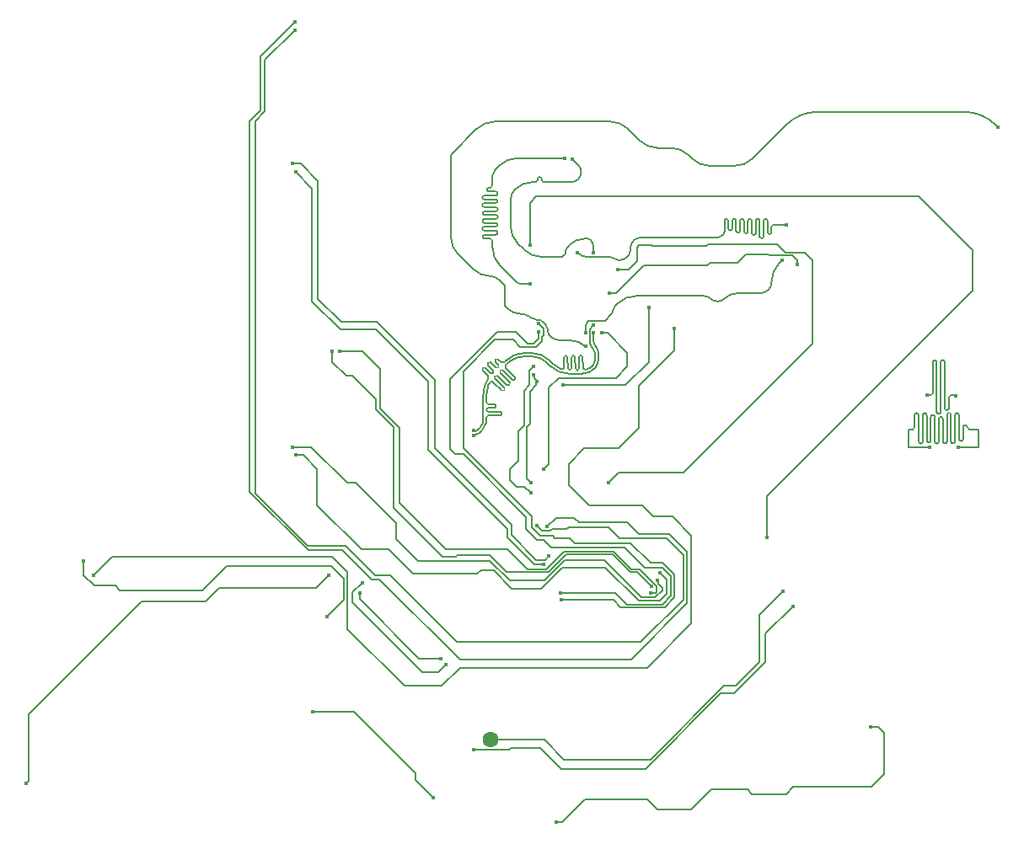
<source format=gbr>
G04*
G04 #@! TF.GenerationSoftware,Altium Limited,Altium Designer,24.2.2 (26)*
G04*
G04 Layer_Physical_Order=8*
G04 Layer_Color=32896*
%FSLAX25Y25*%
%MOIN*%
G70*
G04*
G04 #@! TF.SameCoordinates,383E0004-DF84-4F77-A050-2B2E5B934949*
G04*
G04*
G04 #@! TF.FilePolarity,Positive*
G04*
G01*
G75*
%ADD15C,0.00500*%
%ADD16C,0.00600*%
%ADD175C,0.06299*%
%ADD186C,0.00727*%
%ADD190C,0.00550*%
%ADD210C,0.01600*%
D15*
X186124Y-197658D02*
G03*
X186874Y-198408I750J0D01*
G01*
X189017Y-199908D02*
G03*
X189017Y-198408I0J750D01*
G01*
X186874Y-199908D02*
G03*
X186874Y-201408I0J-750D01*
G01*
X191391Y-202908D02*
G03*
X191391Y-201408I0J750D01*
G01*
X186874Y-202908D02*
G03*
X186124Y-203658I0J-750D01*
G01*
X186010Y-205783D02*
G03*
X186055Y-205533I-5600J1136D01*
G01*
X184451Y-208688D02*
G03*
X186010Y-205783I-4041J4041D01*
G01*
X230333Y-178337D02*
G03*
X229135Y-175311I-4421J0D01*
G01*
X229257Y-183853D02*
G03*
X230333Y-180749I-3937J3104D01*
G01*
X229135Y-175311D02*
G03*
X229038Y-175211I-3222J-3026D01*
G01*
X228865Y-184294D02*
G03*
X229257Y-183853I-3545J3545D01*
G01*
X195525Y-181357D02*
G03*
X195319Y-181505I5732J-8173D01*
G01*
X193707Y-182962D02*
G03*
X193707Y-184023I530J-530D01*
G01*
X197372Y-188748D02*
G03*
X197372Y-187688I-530J530D01*
G01*
X196311Y-188748D02*
G03*
X197372Y-188748I530J530D01*
G01*
X192646Y-185083D02*
G03*
X191585Y-185083I-530J-530D01*
G01*
D02*
G03*
X191585Y-186144I530J-530D01*
G01*
X195250Y-190870D02*
G03*
X195250Y-189809I-530J530D01*
G01*
X194190Y-190870D02*
G03*
X195250Y-190870I530J530D01*
G01*
X190525Y-187205D02*
G03*
X189464Y-187205I-530J-530D01*
G01*
Y-187205D02*
G03*
X189464Y-188265I530J-530D01*
G01*
X193129Y-192991D02*
G03*
X193129Y-191930I-530J530D01*
G01*
X192068Y-192991D02*
G03*
X193129Y-192991I530J530D01*
G01*
X188763Y-189686D02*
G03*
X187608Y-189803I-530J-530D01*
G01*
X186848Y-190952D02*
G03*
X186749Y-191207I9277J-3734D01*
G01*
X201256Y-179548D02*
G03*
X195525Y-181357I0J-9983D01*
G01*
X186749Y-191207D02*
G03*
X186124Y-194687I9375J-3479D01*
G01*
X196518Y-179291D02*
G03*
X196279Y-179405I4738J-10240D01*
G01*
X191902Y-181867D02*
G03*
X192963Y-181867I530J530D01*
G01*
X190748Y-180713D02*
G03*
X189688Y-180713I-530J-530D01*
G01*
D02*
G03*
X189688Y-181773I530J-530D01*
G01*
X190842Y-183988D02*
G03*
X190842Y-182928I-530J530D01*
G01*
X189781Y-183988D02*
G03*
X190842Y-183988I530J530D01*
G01*
X187752Y-181959D02*
G03*
X186691Y-181959I-530J-530D01*
G01*
D02*
G03*
X186691Y-183020I530J-530D01*
G01*
X188721Y-186110D02*
G03*
X188721Y-185049I-530J530D01*
G01*
X187660Y-186110D02*
G03*
X188721Y-186110I530J530D01*
G01*
X185631Y-184081D02*
G03*
X184570Y-184081I-530J-530D01*
G01*
Y-184081D02*
G03*
X184570Y-185141I530J-530D01*
G01*
X186793Y-188323D02*
G03*
X186745Y-187316I-579J477D01*
G01*
X186747Y-188379D02*
G03*
X186607Y-188593I9360J-6300D01*
G01*
X201256Y-178247D02*
G03*
X196518Y-179291I0J-11283D01*
G01*
X186607Y-188593D02*
G03*
X184824Y-194679I9500J-6087D01*
G01*
X226851Y-184237D02*
G03*
X227096Y-184080I-2959J4881D01*
G01*
X224354Y-184005D02*
G03*
X225319Y-184696I750J27D01*
G01*
X224197Y-179728D02*
G03*
X223420Y-179006I-750J-27D01*
G01*
D02*
G03*
X222698Y-179782I27J-750D01*
G01*
X222140Y-185036D02*
G03*
X222862Y-184259I-27J750D01*
G01*
X221363Y-184314D02*
G03*
X222140Y-185036I750J27D01*
G01*
X221199Y-179837D02*
G03*
X220422Y-179115I-750J-27D01*
G01*
D02*
G03*
X219700Y-179892I27J-750D01*
G01*
X219137Y-185009D02*
G03*
X219859Y-184231I-27J750D01*
G01*
X218360Y-184286D02*
G03*
X219137Y-185009I750J27D01*
G01*
X218201Y-179947D02*
G03*
X217424Y-179225I-750J-27D01*
G01*
D02*
G03*
X216702Y-180002I27J-750D01*
G01*
X215969Y-184620D02*
G03*
X216843Y-183853I125J740D01*
G01*
X215491Y-184490D02*
G03*
X215744Y-184582I3111J8148D01*
G01*
X227096Y-184080D02*
G03*
X227931Y-183389I-3203J4725D01*
G01*
X212435Y-182509D02*
G03*
X215491Y-184490I6167J6167D01*
G01*
X227857Y-167736D02*
G03*
X226872Y-170102I2378J-2378D01*
G01*
X226872Y-170113D02*
G03*
X226943Y-171128I7303J-0D01*
G01*
X227733Y-175745D02*
X227733Y-175744D01*
X227085Y-174356D02*
G03*
X227468Y-175279I3856J1058D01*
G01*
X229033Y-178337D02*
G03*
X228106Y-176118I-3121J0D01*
G01*
X227931Y-183389D02*
G03*
X229033Y-180753I-2611J2640D01*
G01*
X211014Y-181089D02*
G03*
X204155Y-178248I-6859J-6859D01*
G01*
X183524Y-207775D02*
G03*
X184824Y-204637I-3139J3139D01*
G01*
X181879Y-209141D02*
G03*
X182357Y-208943I0J675D01*
G01*
X181402D02*
G03*
X181879Y-209141I477J477D01*
G01*
X181400Y-208941D02*
G03*
X180917Y-208741I-483J-483D01*
G01*
X228243Y-173298D02*
G03*
X229033Y-175206I2699J0D01*
G01*
X223892Y-186363D02*
G03*
X228848Y-184311I0J7008D01*
G01*
X210099Y-182011D02*
G03*
X204154Y-179548I-5943J-5936D01*
G01*
X181886Y-210441D02*
G03*
X183271Y-209867I0J1959D01*
G01*
X181883Y-210441D02*
G03*
X181400Y-210641I0J-683D01*
G01*
X180917Y-210841D02*
G03*
X181400Y-210641I0J683D01*
G01*
X211518Y-183431D02*
G03*
X218598Y-186363I7080J7080D01*
G01*
X186124Y-197658D02*
Y-195783D01*
X186874Y-198408D02*
X189017D01*
X186874Y-199908D02*
X189017D01*
X186874Y-201408D02*
X191391D01*
X186874Y-202908D02*
X191391D01*
X186124Y-204647D02*
Y-203658D01*
X186124Y-204647D02*
X186124Y-204647D01*
X186055Y-205533D02*
X186124Y-204647D01*
X186124Y-195783D02*
Y-194687D01*
X230333Y-180749D02*
Y-178337D01*
X194190Y-182479D02*
X195319Y-181505D01*
X193707Y-182962D02*
X194190Y-182479D01*
X193707Y-184023D02*
X193707Y-184023D01*
X197372Y-187688D01*
X197372Y-187688D02*
X197372Y-187688D01*
X196311Y-188748D02*
X196311Y-188748D01*
X192646Y-185083D02*
X196311Y-188748D01*
X192646Y-185083D02*
X192646Y-185083D01*
X191585Y-186144D02*
X191585Y-186144D01*
X195250Y-189809D01*
X195250Y-189809D02*
X195250Y-189809D01*
X194190Y-190870D02*
X194190Y-190870D01*
X190525Y-187205D02*
X194190Y-190870D01*
X190525Y-187205D02*
X190525Y-187205D01*
X189464Y-187205D02*
Y-187205D01*
X189464Y-188265D02*
X189464Y-188265D01*
X193129Y-191930D01*
X193129Y-191930D02*
X193129Y-191930D01*
X192068Y-192991D02*
X192068Y-192991D01*
X188763Y-189686D02*
X192068Y-192991D01*
X186848Y-190952D02*
X187608Y-189803D01*
X193278Y-181552D02*
X196279Y-179405D01*
X192963Y-181867D02*
X193278Y-181552D01*
X191902Y-181867D02*
X191902Y-181867D01*
X190748Y-180713D02*
X191902Y-181867D01*
X189688Y-181773D02*
X190842Y-182928D01*
X190842Y-182928D02*
X190842Y-182928D01*
X189781Y-183988D02*
X189781Y-183988D01*
X187752Y-181959D02*
X189781Y-183988D01*
X187752Y-181959D02*
X187752Y-181959D01*
X186691Y-183020D02*
X186691Y-183020D01*
X188721Y-185049D01*
X188721Y-185049D02*
X188721Y-185049D01*
X187660Y-186110D02*
X187660Y-186110D01*
X185631Y-184081D02*
X187660Y-186110D01*
X185631Y-184081D02*
X185631Y-184081D01*
X184570Y-184081D02*
Y-184081D01*
X184570Y-185141D02*
X184570Y-185141D01*
X186745Y-187316D01*
X186745Y-187316D02*
X186745Y-187316D01*
X186747Y-188379D02*
X186793Y-188323D01*
X225319Y-184696D02*
X226851Y-184237D01*
X225319Y-184696D02*
Y-184696D01*
X224197Y-179728D02*
X224354Y-184005D01*
X224197Y-179728D02*
X224197Y-179728D01*
X222698Y-179782D02*
X222698Y-179782D01*
X222862Y-184259D01*
X222862Y-184259D02*
X222862Y-184259D01*
X222140Y-185036D02*
X222140Y-185036D01*
X222140D01*
X222140Y-185036D02*
X222140Y-185036D01*
X221363Y-184314D02*
X221363Y-184314D01*
X221199Y-179837D02*
X221363Y-184314D01*
X221199Y-179837D02*
X221199Y-179837D01*
X219700Y-179892D02*
X219700Y-179892D01*
X219859Y-184231D01*
X219859Y-184231D02*
X219859Y-184231D01*
X219137Y-185009D02*
X219137D01*
X218360Y-184286D02*
X218360Y-184286D01*
X218201Y-179947D02*
X218360Y-184286D01*
X218201Y-179947D02*
X218201Y-179947D01*
X216702Y-180002D02*
X216702Y-180002D01*
X216843Y-183853D01*
X216843Y-183853D02*
X216843Y-183853D01*
X215744Y-184582D02*
X215969Y-184620D01*
X227857Y-167736D02*
X228432Y-167160D01*
X226943Y-171128D02*
Y-171128D01*
Y-171128D02*
X226943Y-173836D01*
X227085Y-174356D01*
X226872Y-170113D02*
X226872Y-170102D01*
X227468Y-175279D02*
X227733Y-175744D01*
X229033Y-180741D02*
Y-178337D01*
X229033Y-180753D02*
X229033Y-180741D01*
X227733Y-175745D02*
X227733Y-175745D01*
X228106Y-176118D01*
X227931Y-183389D02*
X227931Y-183389D01*
X211014Y-181089D02*
X212435Y-182509D01*
X201256Y-178247D02*
X204155D01*
X184824Y-204637D02*
Y-194679D01*
X182357Y-208943D02*
X183524Y-207775D01*
X181400Y-208941D02*
X181402Y-208943D01*
X180902Y-208741D02*
X180917D01*
X229033Y-175206D02*
X229038Y-175211D01*
X228243Y-173298D02*
Y-172110D01*
X201256Y-179548D02*
X204148D01*
X228848Y-184311D02*
X228865Y-184294D01*
X218598Y-186363D02*
X223892D01*
X204148Y-179548D02*
X204154Y-179548D01*
X210099Y-182011D02*
X210104Y-182017D01*
X183271Y-209867D02*
X184451Y-208688D01*
X181883Y-210441D02*
X181886D01*
X180902Y-210841D02*
X180917D01*
X228243Y-171661D02*
X228432Y-170310D01*
X228243Y-172110D02*
X228243Y-171661D01*
X210104Y-182017D02*
X211518Y-183431D01*
D16*
X376231Y-207569D02*
G03*
X377031Y-208369I800J0D01*
G01*
X376231Y-207569D02*
G03*
X374631Y-207569I-800J0D01*
G01*
X373031Y-212315D02*
G03*
X374631Y-212315I800J0D01*
G01*
X373031Y-202748D02*
G03*
X371431Y-202748I-800J0D01*
G01*
X369831Y-213236D02*
G03*
X371431Y-213236I800J0D01*
G01*
X369831Y-202750D02*
G03*
X368231Y-202750I-800J0D01*
G01*
X366631Y-213236D02*
G03*
X368231Y-213236I800J0D01*
G01*
X366631Y-204276D02*
G03*
X365031Y-204276I-800J0D01*
G01*
X363431Y-213236D02*
G03*
X365031Y-213236I800J0D01*
G01*
X363431Y-203526D02*
G03*
X361831Y-203526I-800J0D01*
G01*
X360231Y-212911D02*
G03*
X361831Y-212911I800J0D01*
G01*
X360231Y-202748D02*
G03*
X358631Y-202748I-800J0D01*
G01*
X357031Y-213236D02*
G03*
X358631Y-213236I800J0D01*
G01*
X357031Y-202748D02*
G03*
X355431Y-202748I-800J0D01*
G01*
X354631Y-208369D02*
G03*
X355431Y-207569I0J800D01*
G01*
X369768Y-194965D02*
G03*
X368968Y-195765I0J-800D01*
G01*
X367368Y-200050D02*
G03*
X368968Y-200050I800J0D01*
G01*
X367368Y-181793D02*
G03*
X365768Y-181793I-800J0D01*
G01*
X364168Y-201576D02*
G03*
X365768Y-201576I800J0D01*
G01*
X364168Y-181793D02*
G03*
X362568Y-181793I-800J0D01*
G01*
X361768Y-194965D02*
G03*
X362568Y-194165I0J800D01*
G01*
X377031Y-208369D02*
X379402D01*
X376231Y-207569D02*
Y-207569D01*
X374631Y-212315D02*
Y-207569D01*
X373031Y-212315D02*
Y-202748D01*
X371431Y-213236D02*
Y-202748D01*
X369831Y-213236D02*
Y-202750D01*
X368231Y-213236D02*
Y-202750D01*
X366631Y-213236D02*
Y-204276D01*
X365031Y-213236D02*
Y-204276D01*
X363431Y-213236D02*
Y-203526D01*
X361831Y-212911D02*
Y-203526D01*
X360231Y-212911D02*
Y-202748D01*
X358631Y-213236D02*
Y-202748D01*
X357031Y-213236D02*
Y-202748D01*
X355431Y-207569D02*
Y-202748D01*
X354331Y-208369D02*
X354631D01*
X379402D02*
X380709D01*
X352953D02*
X354331D01*
X372747Y-215652D02*
X380709D01*
Y-208369D01*
X352953Y-215411D02*
Y-208369D01*
Y-215411D02*
X361304D01*
X371316Y-195314D02*
X371415D01*
X370967Y-194965D02*
X371316Y-195314D01*
X369768Y-194965D02*
X370967D01*
X368968Y-200050D02*
Y-195765D01*
X367368Y-200050D02*
Y-181793D01*
X365768Y-201576D02*
Y-181793D01*
X364168Y-201576D02*
Y-181793D01*
X362568Y-194165D02*
Y-181793D01*
X361468Y-194965D02*
X361768D01*
X371415Y-195314D02*
X371587D01*
X360424Y-194965D02*
X361468D01*
D175*
X187855Y-331319D02*
D03*
D186*
X296427Y-289245D02*
X307283Y-278389D01*
X296427Y-300593D02*
Y-289245D01*
X284175Y-312844D02*
X296427Y-300593D01*
X278851Y-312844D02*
X284175D01*
X248927Y-342769D02*
X278851Y-312844D01*
X215587Y-342769D02*
X248927D01*
X207432Y-334613D02*
X215587Y-342769D01*
X195652Y-334613D02*
X207432D01*
X194933Y-335332D02*
X195652Y-334613D01*
X181002Y-335332D02*
X194933D01*
X180969Y-335299D02*
X181002Y-335332D01*
D190*
X211328Y-171670D02*
G03*
X215534Y-173217I4206J4939D01*
G01*
X210203Y-169484D02*
G03*
X210953Y-171294I2560J0D01*
G01*
X206469Y-165063D02*
G03*
X206602Y-165070I149J1568D01*
G01*
X207395Y-165284D02*
G03*
X206618Y-165070I-793J-1361D01*
G01*
X210203Y-168548D02*
G03*
X209586Y-167058I-2107J0D01*
G01*
X208778Y-166250D02*
G03*
X207921Y-165590I-2974J-2974D01*
G01*
X206203Y-165037D02*
G03*
X205804Y-165018I-399J-4188D01*
G01*
X203513Y-164069D02*
G03*
X205804Y-165018I2291J2291D01*
G01*
X203211Y-163768D02*
G03*
X200939Y-162827I-2273J-2273D01*
G01*
X193971Y-160339D02*
G03*
X199978Y-162827I6007J6007D01*
G01*
X299582Y-127467D02*
G03*
X298807Y-128242I0J-775D01*
G01*
X297257Y-130408D02*
G03*
X298807Y-130408I775J0D01*
G01*
X297257Y-125920D02*
G03*
X295707Y-125920I-775J0D01*
G01*
X294157Y-132052D02*
G03*
X295707Y-132052I775J0D01*
G01*
X294157Y-125920D02*
G03*
X292607Y-125920I-775J0D01*
G01*
X291057Y-130745D02*
G03*
X292607Y-130745I775J0D01*
G01*
X291057Y-125920D02*
G03*
X289507Y-125920I-775J0D01*
G01*
X287957Y-130072D02*
G03*
X289507Y-130072I775J0D01*
G01*
X287957Y-125920D02*
G03*
X286407Y-125920I-775J0D01*
G01*
X284857Y-129849D02*
G03*
X286407Y-129849I775J0D01*
G01*
X284857Y-125920D02*
G03*
X283307Y-125920I-775J0D01*
G01*
X281757Y-128929D02*
G03*
X283307Y-128929I775J0D01*
G01*
X281757Y-125920D02*
G03*
X280207Y-125920I-775J0D01*
G01*
X279820Y-131252D02*
G03*
X280207Y-130316I-935J936D01*
G01*
X279545Y-131517D02*
G03*
X279722Y-131349I-2792J3142D01*
G01*
X276752Y-132578D02*
G03*
X279545Y-131517I0J4204D01*
G01*
X187741Y-112767D02*
G03*
X188516Y-111992I0J775D01*
G01*
X187103Y-112767D02*
G03*
X187103Y-114317I0J-775D01*
G01*
X189788Y-115867D02*
G03*
X189788Y-114317I0J775D01*
G01*
X185289Y-115867D02*
G03*
X185289Y-117417I0J-775D01*
G01*
X189788Y-118967D02*
G03*
X189788Y-117417I0J775D01*
G01*
X185289Y-118967D02*
G03*
X185289Y-120517I0J-775D01*
G01*
X189788Y-122067D02*
G03*
X189788Y-120517I0J775D01*
G01*
X185289Y-122067D02*
G03*
X185289Y-123617I0J-775D01*
G01*
X189788Y-125167D02*
G03*
X189788Y-123617I0J775D01*
G01*
X185289Y-125167D02*
G03*
X185289Y-126717I0J-775D01*
G01*
X189788Y-128267D02*
G03*
X189788Y-126717I0J775D01*
G01*
X185289Y-128267D02*
G03*
X185289Y-129817I0J-775D01*
G01*
X189788Y-131367D02*
G03*
X189788Y-129817I0J775D01*
G01*
X185289Y-131367D02*
G03*
X185289Y-132917I0J-775D01*
G01*
X188516Y-133692D02*
G03*
X187741Y-132917I-775J0D01*
G01*
X198047Y-150223D02*
G03*
X199672Y-150895I1625J1628D01*
G01*
X198046Y-150221D02*
G03*
X198047Y-150223I1626J1626D01*
G01*
X188516Y-136549D02*
G03*
X191439Y-143615I10000J0D01*
G01*
X198246Y-101126D02*
G03*
X191175Y-104055I0J-10000D01*
G01*
X189441Y-105789D02*
G03*
X188516Y-108025I2239J-2236D01*
G01*
X266102Y-99974D02*
G03*
X259031Y-97045I-7071J-7071D01*
G01*
X246707Y-94116D02*
G03*
X253778Y-97045I7071J7071D01*
G01*
X242166Y-89575D02*
G03*
X235095Y-86646I-7071J-7071D01*
G01*
X189253D02*
G03*
X182182Y-89575I0J-10000D01*
G01*
X172362Y-99395D02*
G03*
X172120Y-99977I583J-583D01*
G01*
X172120Y-99977D02*
G03*
X172061Y-100120I143J-143D01*
G01*
Y-132568D02*
G03*
X174710Y-138962I9043J0D01*
G01*
X180661Y-144913D02*
G03*
X187520Y-147754I6859J6859D01*
G01*
X191007Y-149199D02*
G03*
X187520Y-147754I-3487J-3487D01*
G01*
X207887Y-109839D02*
G03*
X208662Y-110614I775J0D01*
G01*
X207887Y-109320D02*
G03*
X206337Y-109320I-775J0D01*
G01*
X205562Y-110614D02*
G03*
X206337Y-109839I0J775D01*
G01*
X317118Y-82772D02*
G03*
X304663Y-87931I0J-17613D01*
G01*
X387472Y-87931D02*
G03*
X375018Y-82772I-12454J-12454D01*
G01*
X284332Y-104120D02*
G03*
X291403Y-101191I0J10000D01*
G01*
X267319D02*
G03*
X274390Y-104120I7071J7071D01*
G01*
X225244Y-175651D02*
G03*
X219368Y-173217I-5875J-5875D01*
G01*
X301768Y-142794D02*
G03*
X298839Y-149865I7071J-7071D01*
G01*
X297579Y-153228D02*
G03*
X298839Y-150187I-3041J3041D01*
G01*
X294364Y-154560D02*
G03*
X297579Y-153228I0J4547D01*
G01*
X285285Y-154560D02*
G03*
X280378Y-156593I0J-6941D01*
G01*
X277493Y-157802D02*
G03*
X280353Y-156617I0J4045D01*
G01*
X274637Y-156619D02*
G03*
X277493Y-157802I2856J2856D01*
G01*
X274637Y-156619D02*
G03*
X272292Y-155648I-2345J-2345D01*
G01*
X245052D02*
G03*
X237981Y-158577I0J-10000D01*
G01*
X236880Y-159678D02*
G03*
X236266Y-161161I1483J-1483D01*
G01*
X225697Y-166377D02*
G03*
X225203Y-167570I1192J-1192D01*
G01*
X235525Y-162951D02*
G03*
X236266Y-161161I-1790J1790D01*
G01*
X219486Y-110614D02*
G03*
X222428Y-109396I0J4160D01*
G01*
X204082Y-110614D02*
G03*
X197466Y-113355I0J-9357D01*
G01*
D02*
G03*
X195570Y-117930I4575J-4575D01*
G01*
Y-127801D02*
G03*
X198499Y-134872I10000J0D01*
G01*
X200899Y-137272D02*
G03*
X207970Y-140201I7071J7071D01*
G01*
X218617Y-135735D02*
G03*
X217181Y-139201I3466J-3466D01*
G01*
X224891Y-132970D02*
G03*
X218900Y-135452I0J-8473D01*
G01*
X227196Y-133386D02*
G03*
X226192Y-132970I-1003J-1003D01*
G01*
X228432Y-136372D02*
G03*
X227196Y-133386I-4223J0D01*
G01*
X223580Y-106613D02*
G03*
X222413Y-103796I-3985J0D01*
G01*
X222428Y-109396D02*
G03*
X223580Y-106613I-2783J2783D01*
G01*
X252192Y-132570D02*
G03*
X252144Y-132568I-52J-548D01*
G01*
X246539D02*
G03*
X244499Y-133412I0J-2884D01*
G01*
D02*
G03*
X242986Y-137067I3655J-3655D01*
G01*
X241944Y-140052D02*
G03*
X242986Y-137539I-2514J2514D01*
G01*
X238353Y-141540D02*
G03*
X241944Y-140052I0J5078D01*
G01*
X237271Y-141091D02*
G03*
X238353Y-141540I1083J1083D01*
G01*
X237271Y-141091D02*
G03*
X235286Y-140269I-1984J-1984D01*
G01*
X252192Y-132570D02*
G03*
X252362Y-132578I159J1567D01*
G01*
X222050Y-138452D02*
G03*
X226437Y-140269I4388J4388D01*
G01*
X208593Y-171061D02*
Y-168635D01*
X206602Y-166645D02*
X208593Y-168635D01*
X207878Y-173503D02*
Y-171775D01*
X208593Y-171061D01*
X205636Y-175745D02*
X207878Y-173503D01*
X199439Y-175745D02*
X205636D01*
X189525Y-172945D02*
X196639D01*
X199439Y-175745D01*
X211328Y-171670D02*
X211328Y-171670D01*
X210953Y-171294D02*
X211328Y-171670D01*
X210203Y-169484D02*
Y-168548D01*
X206602Y-165070D02*
X206618Y-165070D01*
X208778Y-166250D02*
X209586Y-167058D01*
X206203Y-165037D02*
X206469Y-165063D01*
X203211Y-163768D02*
X203513Y-164069D01*
X199978Y-162827D02*
X200939D01*
X193278Y-159645D02*
Y-151470D01*
Y-159645D02*
X193971Y-160339D01*
X207395Y-165284D02*
X207921Y-165590D01*
X190359Y-169795D02*
X197732D01*
X204728Y-174520D02*
X206618Y-172629D01*
Y-169795D01*
X202457Y-174520D02*
X204728D01*
X197732Y-169795D02*
X202457Y-174520D01*
X26761Y-266050D02*
X30960Y-270250D01*
X39262D02*
X41123Y-272111D01*
X26761Y-266050D02*
Y-260772D01*
X26601Y-260612D02*
X26761Y-260772D01*
X30960Y-270250D02*
X39262D01*
X37912Y-258711D02*
X124927D01*
X30573Y-266050D02*
X37912Y-258711D01*
X5109Y-321251D02*
X49869Y-276491D01*
X4151Y-348368D02*
X5109Y-347410D01*
Y-321251D01*
X214773Y-188061D02*
X237310D01*
X241774Y-183597D01*
Y-178025D01*
X234059Y-170310D02*
X241774Y-178025D01*
X231633Y-170310D02*
X234059D01*
X299582Y-127467D02*
X304154D01*
X298807Y-130408D02*
Y-128242D01*
X297257Y-130408D02*
Y-125920D01*
X295707Y-132052D02*
Y-125920D01*
X294157Y-132052D02*
Y-125920D01*
X292607Y-130745D02*
Y-125920D01*
X291057Y-130745D02*
Y-125920D01*
X289507Y-130072D02*
Y-125920D01*
X287957Y-130072D02*
Y-125920D01*
X286407Y-129849D02*
Y-125920D01*
X284857Y-129849D02*
Y-125920D01*
X283307Y-128929D02*
Y-125920D01*
X281757Y-128929D02*
Y-125920D01*
X280207Y-130316D02*
Y-125920D01*
X279722Y-131349D02*
X279820Y-131252D01*
X304154Y-127467D02*
X304619D01*
X188516Y-111992D02*
Y-108675D01*
X187103Y-112767D02*
X187741D01*
X187103Y-114317D02*
X189788D01*
X185289Y-115867D02*
X189788D01*
X185289Y-117417D02*
X189788D01*
X185289Y-118967D02*
X189788D01*
X185289Y-120517D02*
X189788D01*
X185289Y-122067D02*
X189788D01*
X185289Y-123617D02*
X189788D01*
X185289Y-125167D02*
X189788D01*
X185289Y-126717D02*
X189788D01*
X185289Y-128267D02*
X189788D01*
X185289Y-129817D02*
X189788D01*
X185289Y-131367D02*
X189788D01*
X185289Y-132917D02*
X187741D01*
X188516Y-133967D02*
Y-133692D01*
Y-136549D02*
Y-133967D01*
Y-108675D02*
Y-108025D01*
X199672Y-150895D02*
X203469D01*
X191439Y-143615D02*
X198046Y-150221D01*
X189441Y-105789D02*
X191175Y-104055D01*
X198246Y-101126D02*
X217177D01*
X253778Y-97045D02*
X259031D01*
X242166Y-89575D02*
X246707Y-94116D01*
X189253Y-86646D02*
X235095D01*
X172362Y-99395D02*
X182182Y-89575D01*
X172061Y-132568D02*
Y-100120D01*
X174710Y-138962D02*
X180661Y-144913D01*
X191007Y-149199D02*
X193278Y-151470D01*
X208662Y-110614D02*
X216823D01*
X207887Y-109839D02*
Y-109320D01*
X206337Y-109839D02*
Y-109320D01*
X205287Y-110614D02*
X205562D01*
X216823D02*
X219486D01*
X204082D02*
X205287D01*
X177009Y-185461D02*
X189525Y-172945D01*
X177009Y-215944D02*
Y-185461D01*
X124927Y-258711D02*
X131168Y-264951D01*
Y-287370D02*
Y-264951D01*
Y-287370D02*
X153672Y-309875D01*
X168491D01*
X175564Y-302801D01*
X249695D01*
X267202Y-285294D01*
Y-250496D01*
X259664Y-242957D02*
X267202Y-250496D01*
X252065Y-242957D02*
X259664D01*
X247712Y-238604D02*
X252065Y-242957D01*
X226682Y-238604D02*
X247712D01*
X218546Y-230468D02*
X226682Y-238604D01*
X218546Y-230468D02*
Y-222132D01*
X224752Y-215926D01*
X238366D01*
X246323Y-207968D01*
Y-191214D01*
X260453Y-177085D01*
Y-168352D01*
X304522Y-138506D02*
X312147D01*
X234363Y-229389D02*
X238228Y-225523D01*
X264035D01*
X315117Y-174442D01*
Y-141475D01*
X312147Y-138506D02*
X315117Y-141475D01*
X177009Y-215944D02*
X203917Y-242852D01*
Y-247215D02*
Y-242852D01*
Y-247215D02*
X207293Y-250590D01*
X212325D01*
X213117Y-251382D01*
X218939D01*
X221056Y-253499D01*
X243177D01*
X250974Y-261295D01*
X255809D01*
X260517Y-266002D01*
Y-274818D02*
Y-266002D01*
X256538Y-278796D02*
X260517Y-274818D01*
X239176Y-278796D02*
X256538D01*
X236242Y-275862D02*
X239176Y-278796D01*
X215585Y-275862D02*
X236242D01*
X171579Y-188574D02*
X190359Y-169795D01*
X171579Y-216112D02*
Y-188574D01*
Y-216112D02*
X173792Y-218324D01*
X177025D01*
X201803Y-243102D01*
Y-247878D02*
Y-243102D01*
Y-247878D02*
X206115Y-252190D01*
X208710D01*
X211674Y-255154D01*
X240797D01*
X248710Y-263067D01*
X255609D01*
X259055Y-266513D01*
Y-274305D02*
Y-266513D01*
X255614Y-277746D02*
X259055Y-274305D01*
X241596Y-277746D02*
X255614D01*
X237153Y-273303D02*
X241596Y-277746D01*
X215528Y-273303D02*
X237153D01*
X165797Y-215942D02*
X196012Y-246156D01*
Y-250321D02*
Y-246156D01*
Y-250321D02*
X205720Y-260029D01*
X209341D01*
X210827Y-258543D01*
X215534Y-173217D02*
X219368D01*
X109352Y-103227D02*
X112636D01*
X119485Y-156825D02*
Y-110076D01*
X112636Y-103227D02*
X119485Y-110076D01*
Y-156825D02*
X128582Y-165922D01*
X142819D01*
X165797Y-188900D01*
Y-215942D02*
Y-188900D01*
X117156Y-157852D02*
Y-113045D01*
X110571Y-106460D02*
X117156Y-113045D01*
Y-157852D02*
X128220Y-168916D01*
X142489D01*
X162927Y-189354D01*
Y-216387D02*
Y-189354D01*
Y-216387D02*
X194526Y-247986D01*
Y-251325D02*
Y-247986D01*
Y-251325D02*
X204953Y-261752D01*
X208669D01*
X309089Y-143184D02*
X309167Y-143261D01*
X307009Y-139556D02*
X309089Y-141636D01*
Y-143184D02*
Y-141636D01*
X297945Y-139556D02*
X307009D01*
X288739Y-139129D02*
X297518D01*
X297945Y-139556D01*
X158003Y-347343D02*
X164966Y-354306D01*
X158003Y-347343D02*
Y-344543D01*
X133553Y-320093D02*
X158003Y-344543D01*
X117533Y-320093D02*
X133553D01*
X117457Y-320017D02*
X117533Y-320093D01*
X143797Y-267805D02*
X175558Y-299566D01*
X96850Y-60683D02*
X110462Y-47071D01*
X96850Y-82037D02*
Y-60683D01*
X92520Y-86367D02*
X96850Y-82037D01*
X92520Y-233035D02*
Y-86367D01*
Y-233035D02*
X115662Y-256177D01*
X129195D01*
X140823Y-267805D01*
X143797D01*
X147988Y-266296D02*
X174333Y-292641D01*
X98425Y-82677D02*
Y-62265D01*
X110211Y-50479D01*
X94685Y-86417D02*
X98425Y-82677D01*
X94685Y-233715D02*
Y-86417D01*
Y-233715D02*
X115366Y-254396D01*
X130218D01*
X142118Y-266296D01*
X147988D01*
X133106Y-276864D02*
Y-272933D01*
X136932Y-269107D01*
X133106Y-276864D02*
X160789Y-304548D01*
X167014D01*
X170196Y-301366D01*
X135893Y-275581D02*
X159369Y-299057D01*
X135893Y-275581D02*
Y-273294D01*
X159369Y-299057D02*
X168180D01*
X246364Y-276229D02*
X254621D01*
X196178Y-271429D02*
X207654D01*
X233201Y-263067D02*
X246364Y-276229D01*
X216017Y-263067D02*
X233201D01*
X207654Y-271429D02*
X216017Y-263067D01*
X232717Y-260298D02*
X247335Y-274916D01*
X195300Y-268331D02*
X208882D01*
X216915Y-260298D02*
X232717D01*
X208882Y-268331D02*
X216915Y-260298D01*
X242916Y-264970D02*
X245577D01*
X235895Y-257949D02*
X242916Y-264970D01*
X217779Y-257949D02*
X235895D01*
X210758Y-264970D02*
X217779Y-257949D01*
X194098Y-264970D02*
X210758D01*
X243392Y-263831D02*
X246666D01*
X202247D02*
X209586D01*
X236427Y-256866D02*
X243392Y-263831D01*
X216551Y-256866D02*
X236427D01*
X209586Y-263831D02*
X216551Y-256866D01*
X159197Y-260418D02*
X181402D01*
X150470Y-251691D02*
X159197Y-260418D01*
X181402D02*
X181431Y-260388D01*
X187357D01*
X195300Y-268331D01*
X253996Y-269677D02*
X255570Y-271251D01*
Y-272099D02*
Y-271251D01*
X247335Y-274916D02*
X252754D01*
X255570Y-272099D01*
X253996Y-269677D02*
Y-268192D01*
X253856Y-268052D02*
X253996Y-268192D01*
X257330Y-273519D02*
Y-267982D01*
X254621Y-276229D02*
X257330Y-273519D01*
X168608Y-258711D02*
X173887D01*
X125079Y-181825D02*
X130538Y-187283D01*
X125079Y-181825D02*
Y-177484D01*
X130538Y-187283D02*
X133058D01*
X142278Y-196504D01*
Y-200481D02*
Y-196504D01*
Y-200481D02*
X149464Y-207667D01*
Y-239567D02*
Y-207667D01*
Y-239567D02*
X168608Y-258711D01*
X170196Y-255921D02*
X194337D01*
X136990Y-177451D02*
X143911Y-184372D01*
X127969Y-177451D02*
X136990D01*
X143911Y-200126D02*
Y-184372D01*
Y-200126D02*
X151649Y-207864D01*
Y-237374D02*
Y-207864D01*
Y-237374D02*
X170196Y-255921D01*
X134363Y-229533D02*
X150470Y-245640D01*
Y-251691D02*
Y-245640D01*
X113667Y-218664D02*
X119085Y-224082D01*
X110571Y-218664D02*
X113667D01*
X119085Y-238360D02*
Y-224082D01*
Y-238360D02*
X136646Y-255921D01*
X147240D01*
X156990Y-265672D01*
X116861Y-215432D02*
X130963Y-229533D01*
X109352Y-215432D02*
X116861D01*
X130963Y-229533D02*
X134363D01*
X41123Y-272111D02*
X73820D01*
X83449Y-262482D01*
X124555D01*
X129536Y-267464D01*
Y-275931D02*
Y-267464D01*
X123041Y-282426D02*
X129536Y-275931D01*
X80375Y-271185D02*
X118737D01*
X123801Y-266122D01*
X75070Y-276491D02*
X80375Y-271185D01*
X49869Y-276491D02*
X75070D01*
X317118Y-82772D02*
X375018D01*
X387472Y-87931D02*
X388386Y-88844D01*
X291403Y-101191D02*
X304663Y-87931D01*
X274390Y-104120D02*
X284332D01*
X266102Y-99974D02*
X267319Y-101191D01*
X301768Y-142794D02*
X303022Y-141540D01*
X298839Y-150187D02*
Y-149865D01*
X285285Y-154560D02*
X294364D01*
X280353Y-156617D02*
X280378Y-156593D01*
X245052Y-155648D02*
X272292D01*
X236880Y-159678D02*
X237981Y-158577D01*
X225697Y-166377D02*
X226489Y-165585D01*
X232891D02*
X235525Y-162951D01*
X226489Y-165585D02*
X232891D01*
X225203Y-170170D02*
Y-167570D01*
X195570Y-127801D02*
Y-117930D01*
X198499Y-134872D02*
X200899Y-137272D01*
X216181Y-140201D02*
X217181Y-139201D01*
X218617Y-135735D02*
X218900Y-135452D01*
X224891Y-132970D02*
X226192D01*
X228432Y-138452D02*
Y-136372D01*
X220129Y-101512D02*
X222413Y-103796D01*
X207970Y-140201D02*
X216181D01*
X252362Y-132578D02*
X276752D01*
X252144Y-132568D02*
X252144D01*
X246539D02*
X252144D01*
X242986Y-137539D02*
Y-137067D01*
X226437Y-140269D02*
X235286D01*
X378480Y-153445D02*
Y-137446D01*
X203287Y-135660D02*
Y-118688D01*
X296931Y-234995D02*
X378480Y-153445D01*
X205865Y-116109D02*
X357143D01*
X203287Y-118688D02*
X205865Y-116109D01*
X175558Y-299566D02*
X243210D01*
X265535Y-277241D01*
Y-256866D01*
X258516Y-249847D02*
X265535Y-256866D01*
X241774Y-245298D02*
X246323Y-249847D01*
X258516D01*
X222545Y-245298D02*
X241774D01*
X220601Y-243353D02*
X222545Y-245298D01*
X213659Y-243353D02*
X220601D01*
X210109Y-246903D02*
X213659Y-243353D01*
X218567Y-247051D02*
X234341D01*
X207975Y-248481D02*
X211497D01*
X205950Y-246457D02*
X207975Y-248481D01*
X211497D02*
X212102Y-247876D01*
X217743D01*
X218567Y-247051D01*
X174333Y-292641D02*
X247181D01*
X234341Y-247051D02*
X238840Y-251551D01*
X257364D01*
X263935Y-258122D01*
Y-275887D02*
Y-258122D01*
X247181Y-292641D02*
X263935Y-275887D01*
X237930Y-145060D02*
X242469D01*
X245642Y-141887D01*
Y-136461D01*
X301202Y-135185D02*
X304522Y-138506D01*
X251854Y-135799D02*
X273044D01*
X273658Y-135185D02*
X301202D01*
X273044Y-135799D02*
X273658Y-135185D01*
X248432Y-143535D02*
X273516D01*
X274574Y-142477D02*
X285391D01*
X273516Y-143535D02*
X274574Y-142477D01*
X285391D02*
X288739Y-139129D01*
X246443Y-135660D02*
X251715D01*
X251854Y-135799D01*
X245642Y-136461D02*
X246443Y-135660D01*
X341173Y-326311D02*
X343374Y-328512D01*
X337936Y-326311D02*
X341173D01*
X343374Y-344874D02*
Y-328512D01*
X338427Y-349821D02*
X343374Y-344874D01*
X307449Y-349821D02*
X338427D01*
X304559Y-352711D02*
X307449Y-349821D01*
X291157Y-352711D02*
X304559D01*
X289278Y-350831D02*
X291157Y-352711D01*
X275172Y-350831D02*
X289278D01*
X267202Y-358801D02*
X275172Y-350831D01*
X253763Y-358801D02*
X267202D01*
X249784Y-354823D02*
X253763Y-358801D01*
X224947Y-354823D02*
X249784D01*
X216015Y-363755D02*
X224947Y-354823D01*
X213718Y-363755D02*
X216015D01*
X237407Y-154560D02*
X248432Y-143535D01*
X234783Y-154560D02*
X237407D01*
X210827Y-222175D02*
Y-192007D01*
X208868Y-224134D02*
X210827Y-222175D01*
Y-192007D02*
X214773Y-188061D01*
X195246Y-228411D02*
X197906Y-231071D01*
X195246Y-228411D02*
Y-224266D01*
X201189Y-231071D02*
X203626Y-233508D01*
X197906Y-231071D02*
X201189D01*
X195246Y-224266D02*
X198664Y-220849D01*
Y-209185D01*
X200967Y-206881D01*
Y-193029D01*
X203093Y-190902D01*
Y-185092D01*
X204654Y-183532D01*
X204930Y-188194D02*
X206052Y-189316D01*
X204729Y-186685D02*
X204930Y-186885D01*
X206052Y-189370D02*
Y-189316D01*
X204930Y-188194D02*
Y-186885D01*
X201913Y-227739D02*
Y-207420D01*
Y-227739D02*
X203563Y-229389D01*
X201913Y-207420D02*
X203287Y-206046D01*
Y-193523D01*
X205851Y-190958D01*
Y-189571D02*
X206052Y-189370D01*
X205851Y-190958D02*
Y-189571D01*
X254667Y-265319D02*
X257330Y-267982D01*
X189039Y-264289D02*
X196178Y-271429D01*
X183884Y-264289D02*
X189039D01*
X182502Y-265672D02*
X183884Y-264289D01*
X156990Y-265672D02*
X182502D01*
X246666Y-263831D02*
X253312Y-270477D01*
X252933Y-273252D02*
X253312Y-272872D01*
X250956Y-273252D02*
X252933D01*
X253312Y-272872D02*
Y-270477D01*
X194337Y-255921D02*
X202247Y-263831D01*
X174498Y-258099D02*
X187227D01*
X296931Y-251277D02*
Y-234995D01*
X357143Y-116109D02*
X378480Y-137446D01*
X250402Y-181774D02*
Y-160254D01*
X241191Y-190986D02*
X250402Y-181774D01*
X216345Y-190986D02*
X241191D01*
X294037Y-281889D02*
X303411Y-272515D01*
X284663Y-309953D02*
X294037Y-300579D01*
Y-281889D01*
X280133Y-309953D02*
X284663D01*
X250994Y-339092D02*
X280133Y-309953D01*
X216781Y-339092D02*
X250994D01*
X209008Y-331319D02*
X216781Y-339092D01*
X187855Y-331319D02*
X209008D01*
X245577Y-264970D02*
X251213Y-270605D01*
X187227Y-258099D02*
X194098Y-264970D01*
X173887Y-258711D02*
X174498Y-258099D01*
D210*
X26601Y-260612D02*
D03*
X30573Y-266050D02*
D03*
X4151Y-348368D02*
D03*
X372747Y-215652D02*
D03*
X361304Y-215411D02*
D03*
X371587Y-195314D02*
D03*
X360424Y-194965D02*
D03*
X234363Y-229389D02*
D03*
X309167Y-143261D02*
D03*
X228432Y-167160D02*
D03*
Y-170310D02*
D03*
X180902Y-210841D02*
D03*
Y-208741D02*
D03*
X303022Y-141540D02*
D03*
X304619Y-127467D02*
D03*
X228432Y-138452D02*
D03*
X222050Y-138452D02*
D03*
X225203Y-170170D02*
D03*
X225244Y-175651D02*
D03*
X217177Y-101126D02*
D03*
X220129Y-101512D02*
D03*
X135893Y-273294D02*
D03*
X136932Y-269107D02*
D03*
X388386Y-88844D02*
D03*
X117457Y-320017D02*
D03*
X123041Y-282426D02*
D03*
X123801Y-266122D02*
D03*
X110571Y-218664D02*
D03*
X110211Y-50479D02*
D03*
X110462Y-47071D02*
D03*
X109352Y-215432D02*
D03*
X127969Y-177451D02*
D03*
X125079Y-177484D02*
D03*
X110571Y-106460D02*
D03*
X109352Y-103227D02*
D03*
X210109Y-246903D02*
D03*
X205950Y-246457D02*
D03*
X237930Y-145060D02*
D03*
X260453Y-168352D02*
D03*
X337936Y-326311D02*
D03*
X234783Y-154560D02*
D03*
X253856Y-268052D02*
D03*
X250402Y-160254D02*
D03*
X216345Y-190986D02*
D03*
X307283Y-278389D02*
D03*
X303411Y-272515D02*
D03*
X208868Y-224134D02*
D03*
X203626Y-233508D02*
D03*
X203563Y-229389D02*
D03*
X208669Y-261752D02*
D03*
X210827Y-258543D02*
D03*
X204654Y-183532D02*
D03*
X204729Y-186685D02*
D03*
X206052Y-189370D02*
D03*
X206618Y-169795D02*
D03*
X203469Y-150895D02*
D03*
X206602Y-166645D02*
D03*
X231633Y-170310D02*
D03*
X203287Y-135660D02*
D03*
X213718Y-363755D02*
D03*
X164966Y-354306D02*
D03*
X170196Y-301366D02*
D03*
X168180Y-299057D02*
D03*
X254667Y-265319D02*
D03*
X296931Y-251277D02*
D03*
X251213Y-270605D02*
D03*
X250956Y-273252D02*
D03*
X180969Y-335299D02*
D03*
X215528Y-273303D02*
D03*
X215585Y-275862D02*
D03*
M02*

</source>
